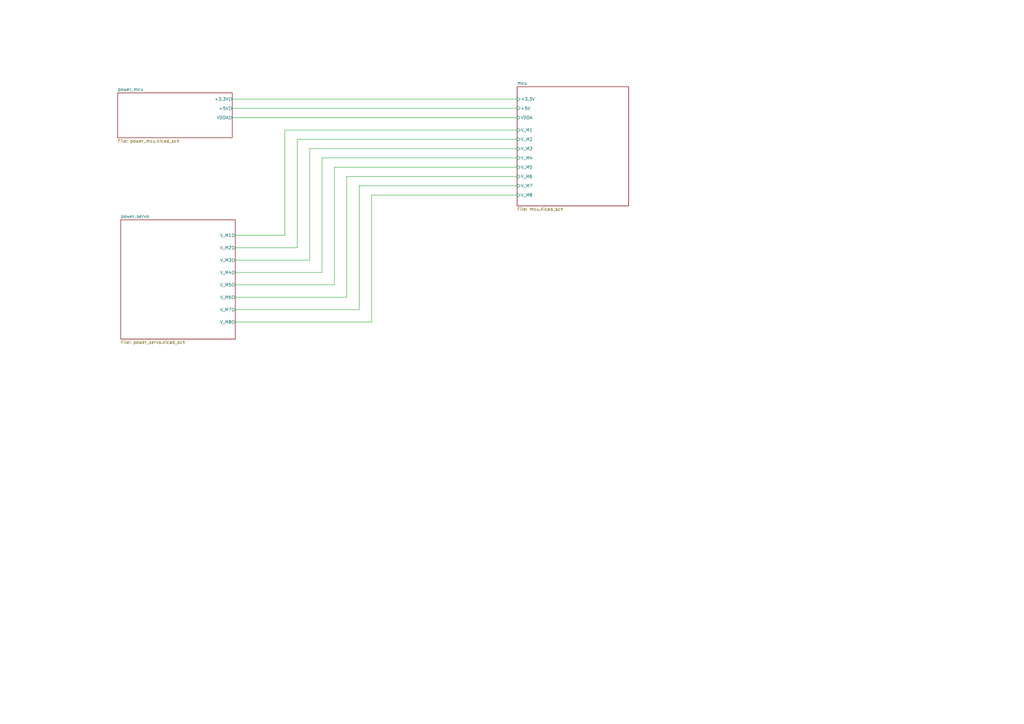
<source format=kicad_sch>
(kicad_sch
	(version 20250114)
	(generator "eeschema")
	(generator_version "9.0")
	(uuid "74ff6d0b-648c-43d9-a5b1-cc8d6cd1c1ef")
	(paper "A3")
	(title_block
		(title "SmartArmConnectBoard")
		(date "2025-09-26")
		(rev "0.98")
	)
	(lib_symbols)
	(wire
		(pts
			(xy 142.24 72.39) (xy 212.09 72.39)
		)
		(stroke
			(width 0)
			(type default)
		)
		(uuid "09ebb8c6-3f75-4c6e-829f-15cceb45a3a0")
	)
	(wire
		(pts
			(xy 96.52 116.84) (xy 137.16 116.84)
		)
		(stroke
			(width 0)
			(type default)
		)
		(uuid "0db84d7d-2da5-49f8-be93-3bdc6638da3e")
	)
	(wire
		(pts
			(xy 137.16 68.58) (xy 212.09 68.58)
		)
		(stroke
			(width 0)
			(type default)
		)
		(uuid "0edd6366-67b1-4341-9c50-183c83e10a4f")
	)
	(wire
		(pts
			(xy 152.4 80.01) (xy 212.09 80.01)
		)
		(stroke
			(width 0)
			(type default)
		)
		(uuid "1170817b-42f3-48e3-9c67-c30b402c48fe")
	)
	(wire
		(pts
			(xy 152.4 80.01) (xy 152.4 132.08)
		)
		(stroke
			(width 0)
			(type default)
		)
		(uuid "1635a722-2c46-401e-843a-1280db6307ec")
	)
	(wire
		(pts
			(xy 116.84 96.52) (xy 116.84 53.34)
		)
		(stroke
			(width 0)
			(type default)
		)
		(uuid "17040c77-e381-404e-b8cc-6d0009157dd4")
	)
	(wire
		(pts
			(xy 147.32 127) (xy 147.32 76.2)
		)
		(stroke
			(width 0)
			(type default)
		)
		(uuid "19034c7a-45e3-4426-9ddc-2001409f9e67")
	)
	(wire
		(pts
			(xy 96.52 106.68) (xy 127 106.68)
		)
		(stroke
			(width 0)
			(type default)
		)
		(uuid "1e2b2d3a-cc7a-420b-9920-a526a649f30b")
	)
	(wire
		(pts
			(xy 132.08 111.76) (xy 132.08 64.77)
		)
		(stroke
			(width 0)
			(type default)
		)
		(uuid "22dc00d5-cfb3-49ec-8024-3c9789f453b5")
	)
	(wire
		(pts
			(xy 95.25 40.64) (xy 212.09 40.64)
		)
		(stroke
			(width 0)
			(type default)
		)
		(uuid "25305b39-82fa-4a03-8617-bfd7ea8a729a")
	)
	(wire
		(pts
			(xy 96.52 121.92) (xy 142.24 121.92)
		)
		(stroke
			(width 0)
			(type default)
		)
		(uuid "30af5e39-becb-444f-852b-d18619f43461")
	)
	(wire
		(pts
			(xy 96.52 132.08) (xy 152.4 132.08)
		)
		(stroke
			(width 0)
			(type default)
		)
		(uuid "3798324d-8691-4667-b86d-91ae8a185de3")
	)
	(wire
		(pts
			(xy 96.52 101.6) (xy 121.92 101.6)
		)
		(stroke
			(width 0)
			(type default)
		)
		(uuid "42f255c8-bd8d-4ae4-9d39-7c9bd84a8f63")
	)
	(wire
		(pts
			(xy 95.25 44.45) (xy 212.09 44.45)
		)
		(stroke
			(width 0)
			(type default)
		)
		(uuid "464f8298-7189-4dab-8104-5c2314e04622")
	)
	(wire
		(pts
			(xy 137.16 116.84) (xy 137.16 68.58)
		)
		(stroke
			(width 0)
			(type default)
		)
		(uuid "4aa1b8b6-43b9-4b4b-979b-c526c248f93f")
	)
	(wire
		(pts
			(xy 147.32 76.2) (xy 212.09 76.2)
		)
		(stroke
			(width 0)
			(type default)
		)
		(uuid "5942d641-7f37-47f9-afc4-30349485008b")
	)
	(wire
		(pts
			(xy 116.84 53.34) (xy 212.09 53.34)
		)
		(stroke
			(width 0)
			(type default)
		)
		(uuid "5aa8490c-f2c7-43d6-a403-ef63d00926f6")
	)
	(wire
		(pts
			(xy 96.52 111.76) (xy 132.08 111.76)
		)
		(stroke
			(width 0)
			(type default)
		)
		(uuid "603811b6-0e25-4a90-83e2-9bf1db232e85")
	)
	(wire
		(pts
			(xy 121.92 57.15) (xy 212.09 57.15)
		)
		(stroke
			(width 0)
			(type default)
		)
		(uuid "76514fc9-0b2d-4dad-aeda-79a15a38d8a5")
	)
	(wire
		(pts
			(xy 96.52 96.52) (xy 116.84 96.52)
		)
		(stroke
			(width 0)
			(type default)
		)
		(uuid "92a1e574-3b15-45b3-be59-119ae0741ea9")
	)
	(wire
		(pts
			(xy 96.52 127) (xy 147.32 127)
		)
		(stroke
			(width 0)
			(type default)
		)
		(uuid "b3f98974-7a40-482f-8bcf-d21171e50367")
	)
	(wire
		(pts
			(xy 121.92 101.6) (xy 121.92 57.15)
		)
		(stroke
			(width 0)
			(type default)
		)
		(uuid "c90f1df6-7b73-4906-9891-5ec998c5c3ff")
	)
	(wire
		(pts
			(xy 127 60.96) (xy 212.09 60.96)
		)
		(stroke
			(width 0)
			(type default)
		)
		(uuid "cd7d2527-bccc-4fc4-9548-1bf6ce2d9a19")
	)
	(wire
		(pts
			(xy 132.08 64.77) (xy 212.09 64.77)
		)
		(stroke
			(width 0)
			(type default)
		)
		(uuid "ce309130-df3a-4abe-b7e3-bb3b2e808664")
	)
	(wire
		(pts
			(xy 95.25 48.26) (xy 212.09 48.26)
		)
		(stroke
			(width 0)
			(type default)
		)
		(uuid "e54ae218-0a82-4a1e-8f44-3154bb06e7c8")
	)
	(wire
		(pts
			(xy 142.24 121.92) (xy 142.24 72.39)
		)
		(stroke
			(width 0)
			(type default)
		)
		(uuid "e6f1dee6-818a-49a3-abe0-e55830dc1c9c")
	)
	(wire
		(pts
			(xy 127 106.68) (xy 127 60.96)
		)
		(stroke
			(width 0)
			(type default)
		)
		(uuid "ed8ef633-3261-4562-81c1-d57c6c76d128")
	)
	(sheet
		(at 212.09 35.56)
		(size 45.72 48.895)
		(exclude_from_sim no)
		(in_bom yes)
		(on_board yes)
		(dnp no)
		(fields_autoplaced yes)
		(stroke
			(width 0.1524)
			(type solid)
		)
		(fill
			(color 0 0 0 0.0000)
		)
		(uuid "52e20330-efd4-4d59-a57b-f0ea443c9be4")
		(property "Sheetname" "mcu"
			(at 212.09 34.8484 0)
			(effects
				(font
					(size 1.27 1.27)
				)
				(justify left bottom)
			)
		)
		(property "Sheetfile" "mcu.kicad_sch"
			(at 212.09 85.0396 0)
			(effects
				(font
					(size 1.27 1.27)
				)
				(justify left top)
			)
		)
		(pin "+3.3V" input
			(at 212.09 40.64 180)
			(uuid "f69e2adf-e2aa-40bf-977b-471a4abfd1db")
			(effects
				(font
					(size 1.27 1.27)
				)
				(justify left)
			)
		)
		(pin "V_M1" input
			(at 212.09 53.34 180)
			(uuid "c9713be2-11ed-4264-9169-4eb1f9dd5dcb")
			(effects
				(font
					(size 1.27 1.27)
				)
				(justify left)
			)
		)
		(pin "V_M2" input
			(at 212.09 57.15 180)
			(uuid "f835393c-aa37-494c-8318-7003a3835219")
			(effects
				(font
					(size 1.27 1.27)
				)
				(justify left)
			)
		)
		(pin "V_M3" input
			(at 212.09 60.96 180)
			(uuid "ad932891-2506-4a3a-9f5a-92167ee7766a")
			(effects
				(font
					(size 1.27 1.27)
				)
				(justify left)
			)
		)
		(pin "V_M4" input
			(at 212.09 64.77 180)
			(uuid "a494e19a-e242-4fab-b66a-982946abfbf8")
			(effects
				(font
					(size 1.27 1.27)
				)
				(justify left)
			)
		)
		(pin "V_M5" input
			(at 212.09 68.58 180)
			(uuid "1c0c75db-9f01-447a-ae4b-e4057bed0647")
			(effects
				(font
					(size 1.27 1.27)
				)
				(justify left)
			)
		)
		(pin "V_M6" input
			(at 212.09 72.39 180)
			(uuid "57cf8cbb-0a8d-46ad-b16c-ce0730668367")
			(effects
				(font
					(size 1.27 1.27)
				)
				(justify left)
			)
		)
		(pin "V_M7" input
			(at 212.09 76.2 180)
			(uuid "13377841-803f-49ac-8de5-bbbcc1169e82")
			(effects
				(font
					(size 1.27 1.27)
				)
				(justify left)
			)
		)
		(pin "+5V" input
			(at 212.09 44.45 180)
			(uuid "819a78c7-0b12-4874-894b-d8c724696cc7")
			(effects
				(font
					(size 1.27 1.27)
				)
				(justify left)
			)
		)
		(pin "V_M8" input
			(at 212.09 80.01 180)
			(uuid "a2ee2965-7841-4cdf-aa89-52d156eaa21b")
			(effects
				(font
					(size 1.27 1.27)
				)
				(justify left)
			)
		)
		(pin "VDDA" input
			(at 212.09 48.26 180)
			(uuid "f4a03d6e-c821-4853-b4ec-e82fcb396eda")
			(effects
				(font
					(size 1.27 1.27)
				)
				(justify left)
			)
		)
		(instances
			(project "sac_board"
				(path "/74ff6d0b-648c-43d9-a5b1-cc8d6cd1c1ef"
					(page "4")
				)
			)
		)
	)
	(sheet
		(at 49.53 90.17)
		(size 46.99 48.895)
		(exclude_from_sim no)
		(in_bom yes)
		(on_board yes)
		(dnp no)
		(fields_autoplaced yes)
		(stroke
			(width 0.1524)
			(type solid)
		)
		(fill
			(color 0 0 0 0.0000)
		)
		(uuid "616088de-9770-4d68-ba75-73e47fe3dc83")
		(property "Sheetname" "power_servo"
			(at 49.53 89.4584 0)
			(effects
				(font
					(size 1.27 1.27)
				)
				(justify left bottom)
			)
		)
		(property "Sheetfile" "power_servo.kicad_sch"
			(at 49.53 139.6496 0)
			(effects
				(font
					(size 1.27 1.27)
				)
				(justify left top)
			)
		)
		(pin "V_M1" output
			(at 96.52 96.52 0)
			(uuid "d9d06f3d-f5e7-414f-a5f0-b5143ac07465")
			(effects
				(font
					(size 1.27 1.27)
				)
				(justify right)
			)
		)
		(pin "V_M2" output
			(at 96.52 101.6 0)
			(uuid "b85f602e-6f46-4dca-b22e-e0ebe45b0c2c")
			(effects
				(font
					(size 1.27 1.27)
				)
				(justify right)
			)
		)
		(pin "V_M3" output
			(at 96.52 106.68 0)
			(uuid "abd704a5-20d6-4886-9d9a-6106a9345680")
			(effects
				(font
					(size 1.27 1.27)
				)
				(justify right)
			)
		)
		(pin "V_M4" output
			(at 96.52 111.76 0)
			(uuid "e81cb707-f552-46e8-ae00-c6d89dc5db02")
			(effects
				(font
					(size 1.27 1.27)
				)
				(justify right)
			)
		)
		(pin "V_M5" output
			(at 96.52 116.84 0)
			(uuid "a66a7fba-417f-4d8b-a629-ef90332beb80")
			(effects
				(font
					(size 1.27 1.27)
				)
				(justify right)
			)
		)
		(pin "V_M6" output
			(at 96.52 121.92 0)
			(uuid "8574a7f0-8c95-40d4-a5c3-5a74bb4e03c6")
			(effects
				(font
					(size 1.27 1.27)
				)
				(justify right)
			)
		)
		(pin "V_M7" output
			(at 96.52 127 0)
			(uuid "a0670049-6d3e-4a47-b4dd-5060e04d3516")
			(effects
				(font
					(size 1.27 1.27)
				)
				(justify right)
			)
		)
		(pin "V_M8" output
			(at 96.52 132.08 0)
			(uuid "9d4500c1-3c83-474f-88d0-a8e91721053c")
			(effects
				(font
					(size 1.27 1.27)
				)
				(justify right)
			)
		)
		(instances
			(project "sac_board"
				(path "/74ff6d0b-648c-43d9-a5b1-cc8d6cd1c1ef"
					(page "3")
				)
			)
		)
	)
	(sheet
		(at 48.26 38.1)
		(size 46.99 18.415)
		(exclude_from_sim no)
		(in_bom yes)
		(on_board yes)
		(dnp no)
		(fields_autoplaced yes)
		(stroke
			(width 0.1524)
			(type solid)
		)
		(fill
			(color 0 0 0 0.0000)
		)
		(uuid "ef74aba3-bc90-4bc5-a138-19d4fe3a7e12")
		(property "Sheetname" "power_mcu"
			(at 48.26 37.3884 0)
			(effects
				(font
					(size 1.27 1.27)
				)
				(justify left bottom)
			)
		)
		(property "Sheetfile" "power_mcu.kicad_sch"
			(at 48.26 57.0996 0)
			(effects
				(font
					(size 1.27 1.27)
				)
				(justify left top)
			)
		)
		(pin "+3.3V" output
			(at 95.25 40.64 0)
			(uuid "e8a54f91-efbb-42f3-970b-f69f719e1450")
			(effects
				(font
					(size 1.27 1.27)
				)
				(justify right)
			)
		)
		(pin "+5V" output
			(at 95.25 44.45 0)
			(uuid "0a53ba95-9a92-43ee-9f87-43ea24b9abd3")
			(effects
				(font
					(size 1.27 1.27)
				)
				(justify right)
			)
		)
		(pin "VDDA" output
			(at 95.25 48.26 0)
			(uuid "12faa4da-03ef-4323-be6b-c785a9c35e53")
			(effects
				(font
					(size 1.27 1.27)
				)
				(justify right)
			)
		)
		(instances
			(project "sac_board"
				(path "/74ff6d0b-648c-43d9-a5b1-cc8d6cd1c1ef"
					(page "2")
				)
			)
		)
	)
	(sheet_instances
		(path "/"
			(page "1")
		)
	)
	(embedded_fonts no)
)

</source>
